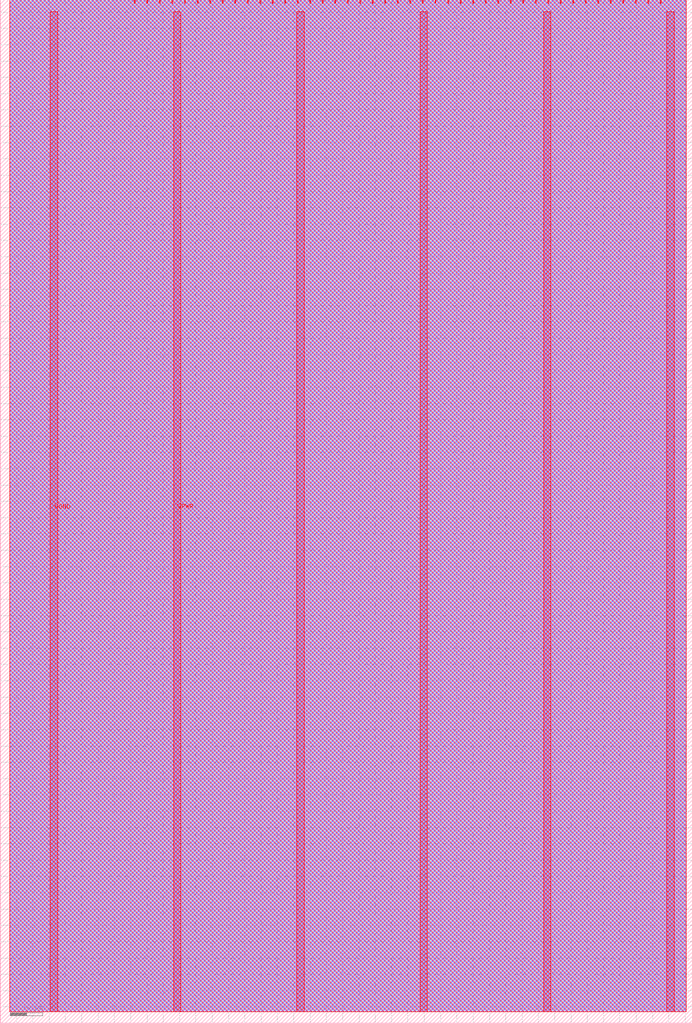
<source format=lef>
VERSION 5.8 ;
BUSBITCHARS "[]" ;
DIVIDERCHAR "/" ;
UNITS
    DATABASE MICRONS 1000 ;
END UNITS

VIA tt_um_htfab_rotfpga2_via1_2_2200_440_1_5_410_410
  VIARULE via1Array ;
  CUTSIZE 0.19 0.19 ;
  LAYERS Metal1 Via1 Metal2 ;
  CUTSPACING 0.22 0.22 ;
  ENCLOSURE 0.01 0.125 0.05 0.005 ;
  ROWCOL 1 5 ;
END tt_um_htfab_rotfpga2_via1_2_2200_440_1_5_410_410

VIA tt_um_htfab_rotfpga2_via2_3_2200_440_1_5_410_410
  VIARULE via2Array ;
  CUTSIZE 0.19 0.19 ;
  LAYERS Metal2 Via2 Metal3 ;
  CUTSPACING 0.22 0.22 ;
  ENCLOSURE 0.05 0.005 0.005 0.05 ;
  ROWCOL 1 5 ;
END tt_um_htfab_rotfpga2_via2_3_2200_440_1_5_410_410

VIA tt_um_htfab_rotfpga2_via3_4_2200_440_1_5_410_410
  VIARULE via3Array ;
  CUTSIZE 0.19 0.19 ;
  LAYERS Metal3 Via3 Metal4 ;
  CUTSPACING 0.22 0.22 ;
  ENCLOSURE 0.005 0.05 0.05 0.005 ;
  ROWCOL 1 5 ;
END tt_um_htfab_rotfpga2_via3_4_2200_440_1_5_410_410

VIA tt_um_htfab_rotfpga2_via4_5_2200_440_1_5_410_410
  VIARULE via4Array ;
  CUTSIZE 0.19 0.19 ;
  LAYERS Metal4 Via4 Metal5 ;
  CUTSPACING 0.22 0.22 ;
  ENCLOSURE 0.05 0.005 0.185 0.05 ;
  ROWCOL 1 5 ;
END tt_um_htfab_rotfpga2_via4_5_2200_440_1_5_410_410

MACRO tt_um_htfab_rotfpga2
  FOREIGN tt_um_htfab_rotfpga2 0 0 ;
  CLASS BLOCK ;
  SIZE 212.16 BY 313.74 ;
  PIN clk
    DIRECTION INPUT ;
    USE SIGNAL ;
    PORT
      LAYER Metal5 ;
        RECT  198.57 312.74 198.87 313.74 ;
    END
  END clk
  PIN ena
    DIRECTION INPUT ;
    USE SIGNAL ;
    PORT
      LAYER Metal5 ;
        RECT  202.41 312.74 202.71 313.74 ;
    END
  END ena
  PIN rst_n
    DIRECTION INPUT ;
    USE SIGNAL ;
    PORT
      LAYER Metal5 ;
        RECT  194.73 312.74 195.03 313.74 ;
    END
  END rst_n
  PIN ui_in[0]
    DIRECTION INPUT ;
    USE SIGNAL ;
    PORT
      LAYER Metal5 ;
        RECT  190.89 312.74 191.19 313.74 ;
    END
  END ui_in[0]
  PIN ui_in[1]
    DIRECTION INPUT ;
    USE SIGNAL ;
    PORT
      LAYER Metal5 ;
        RECT  187.05 312.74 187.35 313.74 ;
    END
  END ui_in[1]
  PIN ui_in[2]
    DIRECTION INPUT ;
    USE SIGNAL ;
    PORT
      LAYER Metal5 ;
        RECT  183.21 312.74 183.51 313.74 ;
    END
  END ui_in[2]
  PIN ui_in[3]
    DIRECTION INPUT ;
    USE SIGNAL ;
    PORT
      LAYER Metal5 ;
        RECT  179.37 312.74 179.67 313.74 ;
    END
  END ui_in[3]
  PIN ui_in[4]
    DIRECTION INPUT ;
    USE SIGNAL ;
    PORT
      LAYER Metal5 ;
        RECT  175.53 312.74 175.83 313.74 ;
    END
  END ui_in[4]
  PIN ui_in[5]
    DIRECTION INPUT ;
    USE SIGNAL ;
    PORT
      LAYER Metal5 ;
        RECT  171.69 312.74 171.99 313.74 ;
    END
  END ui_in[5]
  PIN ui_in[6]
    DIRECTION INPUT ;
    USE SIGNAL ;
    PORT
      LAYER Metal5 ;
        RECT  167.85 312.74 168.15 313.74 ;
    END
  END ui_in[6]
  PIN ui_in[7]
    DIRECTION INPUT ;
    USE SIGNAL ;
    PORT
      LAYER Metal5 ;
        RECT  164.01 312.74 164.31 313.74 ;
    END
  END ui_in[7]
  PIN uio_in[0]
    DIRECTION INPUT ;
    USE SIGNAL ;
    PORT
      LAYER Metal5 ;
        RECT  160.17 312.74 160.47 313.74 ;
    END
  END uio_in[0]
  PIN uio_in[1]
    DIRECTION INPUT ;
    USE SIGNAL ;
    PORT
      LAYER Metal5 ;
        RECT  156.33 312.74 156.63 313.74 ;
    END
  END uio_in[1]
  PIN uio_in[2]
    DIRECTION INPUT ;
    USE SIGNAL ;
    PORT
      LAYER Metal5 ;
        RECT  152.49 312.74 152.79 313.74 ;
    END
  END uio_in[2]
  PIN uio_in[3]
    DIRECTION INPUT ;
    USE SIGNAL ;
    PORT
      LAYER Metal5 ;
        RECT  148.65 312.74 148.95 313.74 ;
    END
  END uio_in[3]
  PIN uio_in[4]
    DIRECTION INPUT ;
    USE SIGNAL ;
    PORT
      LAYER Metal5 ;
        RECT  144.81 312.74 145.11 313.74 ;
    END
  END uio_in[4]
  PIN uio_in[5]
    DIRECTION INPUT ;
    USE SIGNAL ;
    PORT
      LAYER Metal5 ;
        RECT  140.97 312.74 141.27 313.74 ;
    END
  END uio_in[5]
  PIN uio_in[6]
    DIRECTION INPUT ;
    USE SIGNAL ;
    PORT
      LAYER Metal5 ;
        RECT  137.13 312.74 137.43 313.74 ;
    END
  END uio_in[6]
  PIN uio_in[7]
    DIRECTION INPUT ;
    USE SIGNAL ;
    PORT
      LAYER Metal5 ;
        RECT  133.29 312.74 133.59 313.74 ;
    END
  END uio_in[7]
  PIN uio_oe[0]
    DIRECTION OUTPUT ;
    USE SIGNAL ;
    PORT
      LAYER Metal5 ;
        RECT  68.01 312.74 68.31 313.74 ;
    END
  END uio_oe[0]
  PIN uio_oe[1]
    DIRECTION OUTPUT ;
    USE SIGNAL ;
    PORT
      LAYER Metal5 ;
        RECT  64.17 312.74 64.47 313.74 ;
    END
  END uio_oe[1]
  PIN uio_oe[2]
    DIRECTION OUTPUT ;
    USE SIGNAL ;
    PORT
      LAYER Metal5 ;
        RECT  60.33 312.74 60.63 313.74 ;
    END
  END uio_oe[2]
  PIN uio_oe[3]
    DIRECTION OUTPUT ;
    USE SIGNAL ;
    PORT
      LAYER Metal5 ;
        RECT  56.49 312.74 56.79 313.74 ;
    END
  END uio_oe[3]
  PIN uio_oe[4]
    DIRECTION OUTPUT ;
    USE SIGNAL ;
    PORT
      LAYER Metal5 ;
        RECT  52.65 312.74 52.95 313.74 ;
    END
  END uio_oe[4]
  PIN uio_oe[5]
    DIRECTION OUTPUT ;
    USE SIGNAL ;
    PORT
      LAYER Metal5 ;
        RECT  48.81 312.74 49.11 313.74 ;
    END
  END uio_oe[5]
  PIN uio_oe[6]
    DIRECTION OUTPUT ;
    USE SIGNAL ;
    PORT
      LAYER Metal5 ;
        RECT  44.97 312.74 45.27 313.74 ;
    END
  END uio_oe[6]
  PIN uio_oe[7]
    DIRECTION OUTPUT ;
    USE SIGNAL ;
    PORT
      LAYER Metal5 ;
        RECT  41.13 312.74 41.43 313.74 ;
    END
  END uio_oe[7]
  PIN uio_out[0]
    DIRECTION OUTPUT ;
    USE SIGNAL ;
    PORT
      LAYER Metal5 ;
        RECT  98.73 312.74 99.03 313.74 ;
    END
  END uio_out[0]
  PIN uio_out[1]
    DIRECTION OUTPUT ;
    USE SIGNAL ;
    PORT
      LAYER Metal5 ;
        RECT  94.89 312.74 95.19 313.74 ;
    END
  END uio_out[1]
  PIN uio_out[2]
    DIRECTION OUTPUT ;
    USE SIGNAL ;
    PORT
      LAYER Metal5 ;
        RECT  91.05 312.74 91.35 313.74 ;
    END
  END uio_out[2]
  PIN uio_out[3]
    DIRECTION OUTPUT ;
    USE SIGNAL ;
    PORT
      LAYER Metal5 ;
        RECT  87.21 312.74 87.51 313.74 ;
    END
  END uio_out[3]
  PIN uio_out[4]
    DIRECTION OUTPUT ;
    USE SIGNAL ;
    PORT
      LAYER Metal5 ;
        RECT  83.37 312.74 83.67 313.74 ;
    END
  END uio_out[4]
  PIN uio_out[5]
    DIRECTION OUTPUT ;
    USE SIGNAL ;
    PORT
      LAYER Metal5 ;
        RECT  79.53 312.74 79.83 313.74 ;
    END
  END uio_out[5]
  PIN uio_out[6]
    DIRECTION OUTPUT ;
    USE SIGNAL ;
    PORT
      LAYER Metal5 ;
        RECT  75.69 312.74 75.99 313.74 ;
    END
  END uio_out[6]
  PIN uio_out[7]
    DIRECTION OUTPUT ;
    USE SIGNAL ;
    PORT
      LAYER Metal5 ;
        RECT  71.85 312.74 72.15 313.74 ;
    END
  END uio_out[7]
  PIN uo_out[0]
    DIRECTION OUTPUT ;
    USE SIGNAL ;
    PORT
      LAYER Metal5 ;
        RECT  129.45 312.74 129.75 313.74 ;
    END
  END uo_out[0]
  PIN uo_out[1]
    DIRECTION OUTPUT ;
    USE SIGNAL ;
    PORT
      LAYER Metal5 ;
        RECT  125.61 312.74 125.91 313.74 ;
    END
  END uo_out[1]
  PIN uo_out[2]
    DIRECTION OUTPUT ;
    USE SIGNAL ;
    PORT
      LAYER Metal5 ;
        RECT  121.77 312.74 122.07 313.74 ;
    END
  END uo_out[2]
  PIN uo_out[3]
    DIRECTION OUTPUT ;
    USE SIGNAL ;
    PORT
      LAYER Metal5 ;
        RECT  117.93 312.74 118.23 313.74 ;
    END
  END uo_out[3]
  PIN uo_out[4]
    DIRECTION OUTPUT ;
    USE SIGNAL ;
    PORT
      LAYER Metal5 ;
        RECT  114.09 312.74 114.39 313.74 ;
    END
  END uo_out[4]
  PIN uo_out[5]
    DIRECTION OUTPUT ;
    USE SIGNAL ;
    PORT
      LAYER Metal5 ;
        RECT  110.25 312.74 110.55 313.74 ;
    END
  END uo_out[5]
  PIN uo_out[6]
    DIRECTION OUTPUT ;
    USE SIGNAL ;
    PORT
      LAYER Metal5 ;
        RECT  106.41 312.74 106.71 313.74 ;
    END
  END uo_out[6]
  PIN uo_out[7]
    DIRECTION OUTPUT ;
    USE SIGNAL ;
    PORT
      LAYER Metal5 ;
        RECT  102.57 312.74 102.87 313.74 ;
    END
  END uo_out[7]
  PIN VGND
    DIRECTION INOUT ;
    USE GROUND ;
    PORT
      LAYER Metal5 ;
        RECT  166.58 3.56 168.78 310.18 ;
        RECT  90.98 3.56 93.18 310.18 ;
        RECT  15.38 3.56 17.58 310.18 ;
    END
  END VGND
  PIN VPWR
    DIRECTION INOUT ;
    USE POWER ;
    PORT
      LAYER Metal5 ;
        RECT  204.38 3.56 206.58 310.18 ;
        RECT  128.78 3.56 130.98 310.18 ;
        RECT  53.18 3.56 55.38 310.18 ;
    END
  END VPWR
  OBS
    LAYER Metal1 ;
     RECT  2.88 3.56 210.385 313.74 ;
    LAYER Metal2 ;
     RECT  2.88 3.56 210.385 313.74 ;
    LAYER Metal3 ;
     RECT  2.88 3.56 210.385 313.74 ;
    LAYER Metal4 ;
     RECT  2.88 3.56 210.385 313.74 ;
    LAYER Metal5 ;
     RECT  2.88 3.56 210.385 313.74 ;
  END
END tt_um_htfab_rotfpga2
END LIBRARY

</source>
